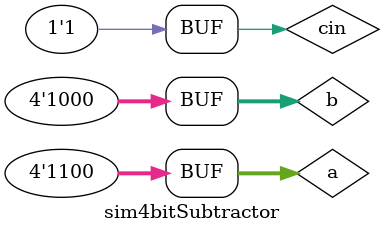
<source format=v>

module FullAdderGate(a,b,cin,sum,cout);
input a,b,cin;
output sum,cout;
wire s1,c1,c2;
xor (s1,a,b);
xor (sum,s1,cin);
and (c1,a,b);
and (c2,s1,cin);
xor (cout,c1,c2);
endmodule

module FullAdder4bit(a,b,cin,sum,cout);
input [3:0] a,b;
input cin;
output [3:0] sum;
output cout;
wire c1,c2,c3;
FullAdderGate f0(a[0] ,b[0], cin,sum[0],c1);
FullAdderGate f1(a[1], b[1], c1, sum[1], c2);
FullAdderGate f2(a[2], b[2], c2, sum[2] ,c3);
FullAdderGate f3(a[3], b[3], c3, sum[3], cout);
endmodule

module sim1bitAdder;
reg a,b,cin;
wire sum, cout;
FullAdderGate adder1(a,b,cin,sum,cout);
initial 
begin 
#0 a = 0; b = 0; cin = 0;

#100 a = 0; b = 1; cin = 0;

#100 a = 1; b = 0; cin = 0;

#100 a = 1; b = 1; cin = 0;
end
endmodule

module sim4bitAdder;
reg [3:0] a,b;
reg cin;
wire [3:0] sum;
wire cout;

FullAdder4bit fullAdder(a,b,cin,sum,cout);

initial 
begin 
#100 a = 4'd8; b = 4'd4; cin = 1'b0;

#100 a = 4'd6; b = 4'd4; cin = 1'b0;

#100 a = 4'd3; b = 4'd2; cin = 1'b0;

#100 a = 4'd8; b = 4'd7; cin = 1'b0;

#100 a = 4'd0; b = 4'd0; cin = 1'b0;

#100 a = 4'd4; b = 4'd3; cin = 1'b0;
end
endmodule

module sim4bitSubtractor;
reg [3:0] a,b;
reg cin;
wire [3:0] sum;
wire cout;

FullAdder4bit fullAdder(a,b,cin,sum,cout);

initial 
begin 
#100 a = 4'd8; b = 4'd4; cin = 1'b1;

#100 a = 4'd6; b = 4'd4; cin = 1'b1;

#100 a = 4'd3; b = 4'd2; cin = 1'b1;

#100 a = 4'd8; b = 4'd7; cin = 1'b1;

#100 a = 4'd0; b = 4'd0; cin = 1'b1;

#100 a = 4'd4; b = 4'd3; cin = 1'b1;

#100 a = 4'd12; b = 4'd8; cin = 1'b1;
end
endmodule

</source>
